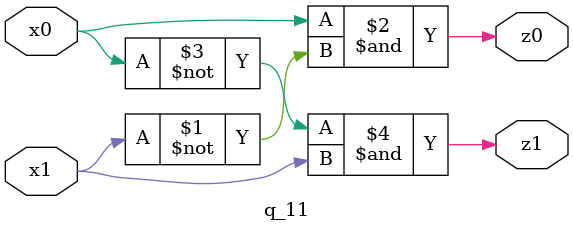
<source format=v>

module q_11 ( 
    x0, x1,
    z0, z1  );
  input  x0, x1;
  output z0, z1;
  assign z0 = x0 & ~x1;
  assign z1 = ~x0 & x1;
endmodule



</source>
